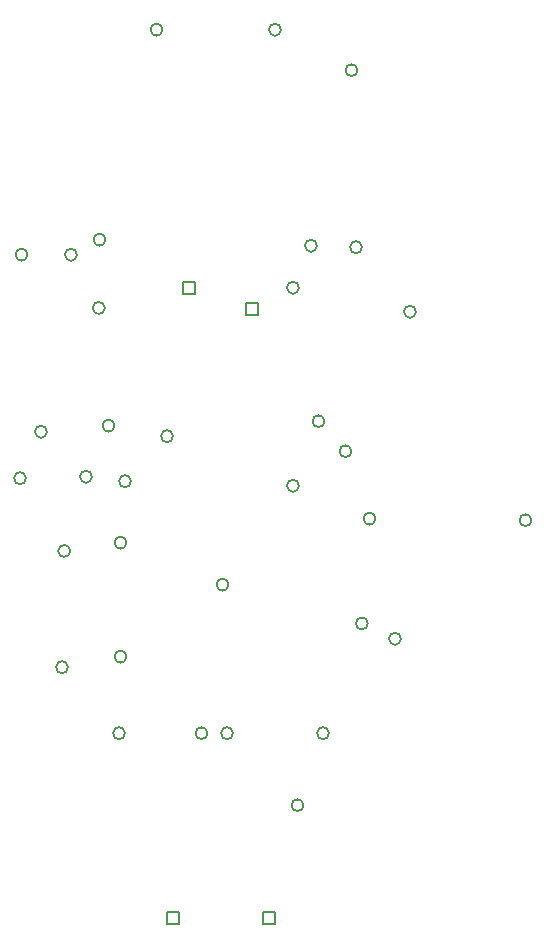
<source format=gbr>
%TF.GenerationSoftware,Altium Limited,Altium Designer,21.2.1 (34)*%
G04 Layer_Color=2752767*
%FSLAX25Y25*%
%MOIN*%
%TF.SameCoordinates,D824F303-33D3-4EC3-9BEE-61EECA8924FC*%
%TF.FilePolarity,Positive*%
%TF.FileFunction,Drawing*%
%TF.Part,Single*%
G01*
G75*
%TA.AperFunction,NonConductor*%
%ADD30C,0.00500*%
%ADD31C,0.00667*%
D30*
X197000Y29000D02*
Y33000D01*
X201000D01*
Y29000D01*
X197000D01*
X191500Y232000D02*
Y236000D01*
X195500D01*
Y232000D01*
X191500D01*
X170500Y239000D02*
Y243000D01*
X174500D01*
Y239000D01*
X170500D01*
X165000Y29000D02*
Y33000D01*
X169000D01*
Y29000D01*
X165000D01*
D31*
X210500Y68500D02*
G03*
X210500Y68500I-2000J0D01*
G01*
X243000Y124000D02*
G03*
X243000Y124000I-2000J0D01*
G01*
X286500Y163500D02*
G03*
X286500Y163500I-2000J0D01*
G01*
X248000Y233000D02*
G03*
X248000Y233000I-2000J0D01*
G01*
X153000Y176500D02*
G03*
X153000Y176500I-2000J0D01*
G01*
X132750Y153250D02*
G03*
X132750Y153250I-2000J0D01*
G01*
X118000Y177500D02*
G03*
X118000Y177500I-2000J0D01*
G01*
X140000Y178000D02*
G03*
X140000Y178000I-2000J0D01*
G01*
X215000Y255000D02*
G03*
X215000Y255000I-2000J0D01*
G01*
X217500Y196500D02*
G03*
X217500Y196500I-2000J0D01*
G01*
X147500Y195000D02*
G03*
X147500Y195000I-2000J0D01*
G01*
X135000Y252000D02*
G03*
X135000Y252000I-2000J0D01*
G01*
X144500Y257000D02*
G03*
X144500Y257000I-2000J0D01*
G01*
X230000Y254500D02*
G03*
X230000Y254500I-2000J0D01*
G01*
X118500Y252000D02*
G03*
X118500Y252000I-2000J0D01*
G01*
X151500Y156000D02*
G03*
X151500Y156000I-2000J0D01*
G01*
X125000Y193000D02*
G03*
X125000Y193000I-2000J0D01*
G01*
X203000Y327000D02*
G03*
X203000Y327000I-2000J0D01*
G01*
X163500D02*
G03*
X163500Y327000I-2000J0D01*
G01*
X167000Y191500D02*
G03*
X167000Y191500I-2000J0D01*
G01*
X185500Y142000D02*
G03*
X185500Y142000I-2000J0D01*
G01*
X151500Y118000D02*
G03*
X151500Y118000I-2000J0D01*
G01*
X209000Y175000D02*
G03*
X209000Y175000I-2000J0D01*
G01*
Y241000D02*
G03*
X209000Y241000I-2000J0D01*
G01*
X228500Y313500D02*
G03*
X228500Y313500I-2000J0D01*
G01*
X226500Y186500D02*
G03*
X226500Y186500I-2000J0D01*
G01*
X231925Y129075D02*
G03*
X231925Y129075I-2000J0D01*
G01*
X234500Y164000D02*
G03*
X234500Y164000I-2000J0D01*
G01*
X144250Y234250D02*
G03*
X144250Y234250I-2000J0D01*
G01*
X132000Y114500D02*
G03*
X132000Y114500I-2000J0D01*
G01*
X151000Y92500D02*
G03*
X151000Y92500I-2000J0D01*
G01*
X219000D02*
G03*
X219000Y92500I-2000J0D01*
G01*
X187000D02*
G03*
X187000Y92500I-2000J0D01*
G01*
X178500D02*
G03*
X178500Y92500I-2000J0D01*
G01*
%TF.MD5,7967411dad9462007122d7f328e414df*%
M02*

</source>
